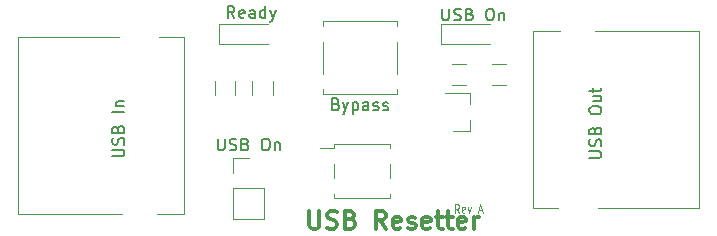
<source format=gbr>
G04 #@! TF.GenerationSoftware,KiCad,Pcbnew,(5.1.2)-2*
G04 #@! TF.CreationDate,2019-06-15T14:58:01+10:00*
G04 #@! TF.ProjectId,USBResetter,55534252-6573-4657-9474-65722e6b6963,rev?*
G04 #@! TF.SameCoordinates,Original*
G04 #@! TF.FileFunction,Legend,Top*
G04 #@! TF.FilePolarity,Positive*
%FSLAX46Y46*%
G04 Gerber Fmt 4.6, Leading zero omitted, Abs format (unit mm)*
G04 Created by KiCad (PCBNEW (5.1.2)-2) date 2019-06-15 14:58:01*
%MOMM*%
%LPD*%
G04 APERTURE LIST*
%ADD10C,0.100000*%
%ADD11C,0.300000*%
%ADD12C,0.120000*%
%ADD13C,0.150000*%
G04 APERTURE END LIST*
D10*
X155014285Y-101716666D02*
X154814285Y-101383333D01*
X154671428Y-101716666D02*
X154671428Y-101016666D01*
X154900000Y-101016666D01*
X154957142Y-101050000D01*
X154985714Y-101083333D01*
X155014285Y-101150000D01*
X155014285Y-101250000D01*
X154985714Y-101316666D01*
X154957142Y-101350000D01*
X154900000Y-101383333D01*
X154671428Y-101383333D01*
X155500000Y-101683333D02*
X155442857Y-101716666D01*
X155328571Y-101716666D01*
X155271428Y-101683333D01*
X155242857Y-101616666D01*
X155242857Y-101350000D01*
X155271428Y-101283333D01*
X155328571Y-101250000D01*
X155442857Y-101250000D01*
X155500000Y-101283333D01*
X155528571Y-101350000D01*
X155528571Y-101416666D01*
X155242857Y-101483333D01*
X155728571Y-101250000D02*
X155871428Y-101716666D01*
X156014285Y-101250000D01*
X156671428Y-101516666D02*
X156957142Y-101516666D01*
X156614285Y-101716666D02*
X156814285Y-101016666D01*
X157014285Y-101716666D01*
D11*
X142328571Y-101578571D02*
X142328571Y-102792857D01*
X142400000Y-102935714D01*
X142471428Y-103007142D01*
X142614285Y-103078571D01*
X142900000Y-103078571D01*
X143042857Y-103007142D01*
X143114285Y-102935714D01*
X143185714Y-102792857D01*
X143185714Y-101578571D01*
X143828571Y-103007142D02*
X144042857Y-103078571D01*
X144400000Y-103078571D01*
X144542857Y-103007142D01*
X144614285Y-102935714D01*
X144685714Y-102792857D01*
X144685714Y-102650000D01*
X144614285Y-102507142D01*
X144542857Y-102435714D01*
X144400000Y-102364285D01*
X144114285Y-102292857D01*
X143971428Y-102221428D01*
X143900000Y-102150000D01*
X143828571Y-102007142D01*
X143828571Y-101864285D01*
X143900000Y-101721428D01*
X143971428Y-101650000D01*
X144114285Y-101578571D01*
X144471428Y-101578571D01*
X144685714Y-101650000D01*
X145828571Y-102292857D02*
X146042857Y-102364285D01*
X146114285Y-102435714D01*
X146185714Y-102578571D01*
X146185714Y-102792857D01*
X146114285Y-102935714D01*
X146042857Y-103007142D01*
X145900000Y-103078571D01*
X145328571Y-103078571D01*
X145328571Y-101578571D01*
X145828571Y-101578571D01*
X145971428Y-101650000D01*
X146042857Y-101721428D01*
X146114285Y-101864285D01*
X146114285Y-102007142D01*
X146042857Y-102150000D01*
X145971428Y-102221428D01*
X145828571Y-102292857D01*
X145328571Y-102292857D01*
X148828571Y-103078571D02*
X148328571Y-102364285D01*
X147971428Y-103078571D02*
X147971428Y-101578571D01*
X148542857Y-101578571D01*
X148685714Y-101650000D01*
X148757142Y-101721428D01*
X148828571Y-101864285D01*
X148828571Y-102078571D01*
X148757142Y-102221428D01*
X148685714Y-102292857D01*
X148542857Y-102364285D01*
X147971428Y-102364285D01*
X150042857Y-103007142D02*
X149900000Y-103078571D01*
X149614285Y-103078571D01*
X149471428Y-103007142D01*
X149400000Y-102864285D01*
X149400000Y-102292857D01*
X149471428Y-102150000D01*
X149614285Y-102078571D01*
X149900000Y-102078571D01*
X150042857Y-102150000D01*
X150114285Y-102292857D01*
X150114285Y-102435714D01*
X149400000Y-102578571D01*
X150685714Y-103007142D02*
X150828571Y-103078571D01*
X151114285Y-103078571D01*
X151257142Y-103007142D01*
X151328571Y-102864285D01*
X151328571Y-102792857D01*
X151257142Y-102650000D01*
X151114285Y-102578571D01*
X150900000Y-102578571D01*
X150757142Y-102507142D01*
X150685714Y-102364285D01*
X150685714Y-102292857D01*
X150757142Y-102150000D01*
X150900000Y-102078571D01*
X151114285Y-102078571D01*
X151257142Y-102150000D01*
X152542857Y-103007142D02*
X152400000Y-103078571D01*
X152114285Y-103078571D01*
X151971428Y-103007142D01*
X151900000Y-102864285D01*
X151900000Y-102292857D01*
X151971428Y-102150000D01*
X152114285Y-102078571D01*
X152400000Y-102078571D01*
X152542857Y-102150000D01*
X152614285Y-102292857D01*
X152614285Y-102435714D01*
X151900000Y-102578571D01*
X153042857Y-102078571D02*
X153614285Y-102078571D01*
X153257142Y-101578571D02*
X153257142Y-102864285D01*
X153328571Y-103007142D01*
X153471428Y-103078571D01*
X153614285Y-103078571D01*
X153900000Y-102078571D02*
X154471428Y-102078571D01*
X154114285Y-101578571D02*
X154114285Y-102864285D01*
X154185714Y-103007142D01*
X154328571Y-103078571D01*
X154471428Y-103078571D01*
X155542857Y-103007142D02*
X155400000Y-103078571D01*
X155114285Y-103078571D01*
X154971428Y-103007142D01*
X154900000Y-102864285D01*
X154900000Y-102292857D01*
X154971428Y-102150000D01*
X155114285Y-102078571D01*
X155400000Y-102078571D01*
X155542857Y-102150000D01*
X155614285Y-102292857D01*
X155614285Y-102435714D01*
X154900000Y-102578571D01*
X156257142Y-103078571D02*
X156257142Y-102078571D01*
X156257142Y-102364285D02*
X156328571Y-102221428D01*
X156400000Y-102150000D01*
X156542857Y-102078571D01*
X156685714Y-102078571D01*
D12*
X134750000Y-85750000D02*
X138800000Y-85750000D01*
X134750000Y-87450000D02*
X138800000Y-87450000D01*
X134700000Y-85750000D02*
X134700000Y-87450000D01*
X153500000Y-85750000D02*
X153500000Y-87450000D01*
X153550000Y-87450000D02*
X157600000Y-87450000D01*
X153550000Y-85750000D02*
X157600000Y-85750000D01*
X131740000Y-101850000D02*
X129410000Y-101850000D01*
X131740000Y-86860000D02*
X129620000Y-86860000D01*
X131740000Y-101850000D02*
X131740000Y-86860000D01*
X117650000Y-101850000D02*
X117650000Y-86860000D01*
X126450000Y-101850000D02*
X117650000Y-101850000D01*
X126250000Y-86860000D02*
X117650000Y-86860000D01*
X135870000Y-97070000D02*
X137200000Y-97070000D01*
X135870000Y-98400000D02*
X135870000Y-97070000D01*
X135870000Y-99670000D02*
X138530000Y-99670000D01*
X138530000Y-99670000D02*
X138530000Y-102270000D01*
X135870000Y-99670000D02*
X135870000Y-102270000D01*
X135870000Y-102270000D02*
X138530000Y-102270000D01*
X166750000Y-101340000D02*
X175350000Y-101340000D01*
X166550000Y-86350000D02*
X175350000Y-86350000D01*
X175350000Y-86350000D02*
X175350000Y-101340000D01*
X161260000Y-86350000D02*
X161260000Y-101340000D01*
X161260000Y-101340000D02*
X163380000Y-101340000D01*
X161260000Y-86350000D02*
X163590000Y-86350000D01*
X155960000Y-94780000D02*
X154500000Y-94780000D01*
X155960000Y-91620000D02*
X153800000Y-91620000D01*
X155960000Y-91620000D02*
X155960000Y-92550000D01*
X155960000Y-94780000D02*
X155960000Y-93850000D01*
X137520000Y-91800000D02*
X137520000Y-90600000D01*
X139280000Y-90600000D02*
X139280000Y-91800000D01*
X134320000Y-91800000D02*
X134320000Y-90600000D01*
X136080000Y-90600000D02*
X136080000Y-91800000D01*
X157800000Y-89120000D02*
X159000000Y-89120000D01*
X159000000Y-90880000D02*
X157800000Y-90880000D01*
X155600000Y-90880000D02*
X154400000Y-90880000D01*
X154400000Y-89120000D02*
X155600000Y-89120000D01*
X143450000Y-85950000D02*
X143450000Y-85500000D01*
X149750000Y-85500000D02*
X149750000Y-85950000D01*
X143450000Y-85500000D02*
X149750000Y-85500000D01*
X149750000Y-87250000D02*
X149750000Y-89950000D01*
X143450000Y-89950000D02*
X143450000Y-87250000D01*
X149750000Y-91700000D02*
X149750000Y-91300000D01*
X143450000Y-91700000D02*
X149750000Y-91700000D01*
X143450000Y-91250000D02*
X143450000Y-91700000D01*
X149150000Y-98820000D02*
X149150000Y-97580000D01*
X144450000Y-98820000D02*
X144450000Y-97580000D01*
X144450000Y-96250000D02*
X144450000Y-95900000D01*
X144450000Y-95900000D02*
X149150000Y-95900000D01*
X149150000Y-95900000D02*
X149150000Y-96250000D01*
X144450000Y-96250000D02*
X143200000Y-96250000D01*
X144450000Y-100150000D02*
X144450000Y-100500000D01*
X144450000Y-100500000D02*
X149150000Y-100500000D01*
X149150000Y-100500000D02*
X149150000Y-100150000D01*
D13*
X135995238Y-85252380D02*
X135661904Y-84776190D01*
X135423809Y-85252380D02*
X135423809Y-84252380D01*
X135804761Y-84252380D01*
X135900000Y-84300000D01*
X135947619Y-84347619D01*
X135995238Y-84442857D01*
X135995238Y-84585714D01*
X135947619Y-84680952D01*
X135900000Y-84728571D01*
X135804761Y-84776190D01*
X135423809Y-84776190D01*
X136804761Y-85204761D02*
X136709523Y-85252380D01*
X136519047Y-85252380D01*
X136423809Y-85204761D01*
X136376190Y-85109523D01*
X136376190Y-84728571D01*
X136423809Y-84633333D01*
X136519047Y-84585714D01*
X136709523Y-84585714D01*
X136804761Y-84633333D01*
X136852380Y-84728571D01*
X136852380Y-84823809D01*
X136376190Y-84919047D01*
X137709523Y-85252380D02*
X137709523Y-84728571D01*
X137661904Y-84633333D01*
X137566666Y-84585714D01*
X137376190Y-84585714D01*
X137280952Y-84633333D01*
X137709523Y-85204761D02*
X137614285Y-85252380D01*
X137376190Y-85252380D01*
X137280952Y-85204761D01*
X137233333Y-85109523D01*
X137233333Y-85014285D01*
X137280952Y-84919047D01*
X137376190Y-84871428D01*
X137614285Y-84871428D01*
X137709523Y-84823809D01*
X138614285Y-85252380D02*
X138614285Y-84252380D01*
X138614285Y-85204761D02*
X138519047Y-85252380D01*
X138328571Y-85252380D01*
X138233333Y-85204761D01*
X138185714Y-85157142D01*
X138138095Y-85061904D01*
X138138095Y-84776190D01*
X138185714Y-84680952D01*
X138233333Y-84633333D01*
X138328571Y-84585714D01*
X138519047Y-84585714D01*
X138614285Y-84633333D01*
X138995238Y-84585714D02*
X139233333Y-85252380D01*
X139471428Y-84585714D02*
X139233333Y-85252380D01*
X139138095Y-85490476D01*
X139090476Y-85538095D01*
X138995238Y-85585714D01*
X153580952Y-84452380D02*
X153580952Y-85261904D01*
X153628571Y-85357142D01*
X153676190Y-85404761D01*
X153771428Y-85452380D01*
X153961904Y-85452380D01*
X154057142Y-85404761D01*
X154104761Y-85357142D01*
X154152380Y-85261904D01*
X154152380Y-84452380D01*
X154580952Y-85404761D02*
X154723809Y-85452380D01*
X154961904Y-85452380D01*
X155057142Y-85404761D01*
X155104761Y-85357142D01*
X155152380Y-85261904D01*
X155152380Y-85166666D01*
X155104761Y-85071428D01*
X155057142Y-85023809D01*
X154961904Y-84976190D01*
X154771428Y-84928571D01*
X154676190Y-84880952D01*
X154628571Y-84833333D01*
X154580952Y-84738095D01*
X154580952Y-84642857D01*
X154628571Y-84547619D01*
X154676190Y-84500000D01*
X154771428Y-84452380D01*
X155009523Y-84452380D01*
X155152380Y-84500000D01*
X155914285Y-84928571D02*
X156057142Y-84976190D01*
X156104761Y-85023809D01*
X156152380Y-85119047D01*
X156152380Y-85261904D01*
X156104761Y-85357142D01*
X156057142Y-85404761D01*
X155961904Y-85452380D01*
X155580952Y-85452380D01*
X155580952Y-84452380D01*
X155914285Y-84452380D01*
X156009523Y-84500000D01*
X156057142Y-84547619D01*
X156104761Y-84642857D01*
X156104761Y-84738095D01*
X156057142Y-84833333D01*
X156009523Y-84880952D01*
X155914285Y-84928571D01*
X155580952Y-84928571D01*
X157533333Y-84452380D02*
X157723809Y-84452380D01*
X157819047Y-84500000D01*
X157914285Y-84595238D01*
X157961904Y-84785714D01*
X157961904Y-85119047D01*
X157914285Y-85309523D01*
X157819047Y-85404761D01*
X157723809Y-85452380D01*
X157533333Y-85452380D01*
X157438095Y-85404761D01*
X157342857Y-85309523D01*
X157295238Y-85119047D01*
X157295238Y-84785714D01*
X157342857Y-84595238D01*
X157438095Y-84500000D01*
X157533333Y-84452380D01*
X158390476Y-84785714D02*
X158390476Y-85452380D01*
X158390476Y-84880952D02*
X158438095Y-84833333D01*
X158533333Y-84785714D01*
X158676190Y-84785714D01*
X158771428Y-84833333D01*
X158819047Y-84928571D01*
X158819047Y-85452380D01*
X125652380Y-96973333D02*
X126461904Y-96973333D01*
X126557142Y-96925714D01*
X126604761Y-96878095D01*
X126652380Y-96782857D01*
X126652380Y-96592380D01*
X126604761Y-96497142D01*
X126557142Y-96449523D01*
X126461904Y-96401904D01*
X125652380Y-96401904D01*
X126604761Y-95973333D02*
X126652380Y-95830476D01*
X126652380Y-95592380D01*
X126604761Y-95497142D01*
X126557142Y-95449523D01*
X126461904Y-95401904D01*
X126366666Y-95401904D01*
X126271428Y-95449523D01*
X126223809Y-95497142D01*
X126176190Y-95592380D01*
X126128571Y-95782857D01*
X126080952Y-95878095D01*
X126033333Y-95925714D01*
X125938095Y-95973333D01*
X125842857Y-95973333D01*
X125747619Y-95925714D01*
X125700000Y-95878095D01*
X125652380Y-95782857D01*
X125652380Y-95544761D01*
X125700000Y-95401904D01*
X126128571Y-94640000D02*
X126176190Y-94497142D01*
X126223809Y-94449523D01*
X126319047Y-94401904D01*
X126461904Y-94401904D01*
X126557142Y-94449523D01*
X126604761Y-94497142D01*
X126652380Y-94592380D01*
X126652380Y-94973333D01*
X125652380Y-94973333D01*
X125652380Y-94640000D01*
X125700000Y-94544761D01*
X125747619Y-94497142D01*
X125842857Y-94449523D01*
X125938095Y-94449523D01*
X126033333Y-94497142D01*
X126080952Y-94544761D01*
X126128571Y-94640000D01*
X126128571Y-94973333D01*
X126652380Y-93211428D02*
X125652380Y-93211428D01*
X125985714Y-92735238D02*
X126652380Y-92735238D01*
X126080952Y-92735238D02*
X126033333Y-92687619D01*
X125985714Y-92592380D01*
X125985714Y-92449523D01*
X126033333Y-92354285D01*
X126128571Y-92306666D01*
X126652380Y-92306666D01*
X134580952Y-95452380D02*
X134580952Y-96261904D01*
X134628571Y-96357142D01*
X134676190Y-96404761D01*
X134771428Y-96452380D01*
X134961904Y-96452380D01*
X135057142Y-96404761D01*
X135104761Y-96357142D01*
X135152380Y-96261904D01*
X135152380Y-95452380D01*
X135580952Y-96404761D02*
X135723809Y-96452380D01*
X135961904Y-96452380D01*
X136057142Y-96404761D01*
X136104761Y-96357142D01*
X136152380Y-96261904D01*
X136152380Y-96166666D01*
X136104761Y-96071428D01*
X136057142Y-96023809D01*
X135961904Y-95976190D01*
X135771428Y-95928571D01*
X135676190Y-95880952D01*
X135628571Y-95833333D01*
X135580952Y-95738095D01*
X135580952Y-95642857D01*
X135628571Y-95547619D01*
X135676190Y-95500000D01*
X135771428Y-95452380D01*
X136009523Y-95452380D01*
X136152380Y-95500000D01*
X136914285Y-95928571D02*
X137057142Y-95976190D01*
X137104761Y-96023809D01*
X137152380Y-96119047D01*
X137152380Y-96261904D01*
X137104761Y-96357142D01*
X137057142Y-96404761D01*
X136961904Y-96452380D01*
X136580952Y-96452380D01*
X136580952Y-95452380D01*
X136914285Y-95452380D01*
X137009523Y-95500000D01*
X137057142Y-95547619D01*
X137104761Y-95642857D01*
X137104761Y-95738095D01*
X137057142Y-95833333D01*
X137009523Y-95880952D01*
X136914285Y-95928571D01*
X136580952Y-95928571D01*
X138533333Y-95452380D02*
X138723809Y-95452380D01*
X138819047Y-95500000D01*
X138914285Y-95595238D01*
X138961904Y-95785714D01*
X138961904Y-96119047D01*
X138914285Y-96309523D01*
X138819047Y-96404761D01*
X138723809Y-96452380D01*
X138533333Y-96452380D01*
X138438095Y-96404761D01*
X138342857Y-96309523D01*
X138295238Y-96119047D01*
X138295238Y-95785714D01*
X138342857Y-95595238D01*
X138438095Y-95500000D01*
X138533333Y-95452380D01*
X139390476Y-95785714D02*
X139390476Y-96452380D01*
X139390476Y-95880952D02*
X139438095Y-95833333D01*
X139533333Y-95785714D01*
X139676190Y-95785714D01*
X139771428Y-95833333D01*
X139819047Y-95928571D01*
X139819047Y-96452380D01*
X166052380Y-97104761D02*
X166861904Y-97104761D01*
X166957142Y-97057142D01*
X167004761Y-97009523D01*
X167052380Y-96914285D01*
X167052380Y-96723809D01*
X167004761Y-96628571D01*
X166957142Y-96580952D01*
X166861904Y-96533333D01*
X166052380Y-96533333D01*
X167004761Y-96104761D02*
X167052380Y-95961904D01*
X167052380Y-95723809D01*
X167004761Y-95628571D01*
X166957142Y-95580952D01*
X166861904Y-95533333D01*
X166766666Y-95533333D01*
X166671428Y-95580952D01*
X166623809Y-95628571D01*
X166576190Y-95723809D01*
X166528571Y-95914285D01*
X166480952Y-96009523D01*
X166433333Y-96057142D01*
X166338095Y-96104761D01*
X166242857Y-96104761D01*
X166147619Y-96057142D01*
X166100000Y-96009523D01*
X166052380Y-95914285D01*
X166052380Y-95676190D01*
X166100000Y-95533333D01*
X166528571Y-94771428D02*
X166576190Y-94628571D01*
X166623809Y-94580952D01*
X166719047Y-94533333D01*
X166861904Y-94533333D01*
X166957142Y-94580952D01*
X167004761Y-94628571D01*
X167052380Y-94723809D01*
X167052380Y-95104761D01*
X166052380Y-95104761D01*
X166052380Y-94771428D01*
X166100000Y-94676190D01*
X166147619Y-94628571D01*
X166242857Y-94580952D01*
X166338095Y-94580952D01*
X166433333Y-94628571D01*
X166480952Y-94676190D01*
X166528571Y-94771428D01*
X166528571Y-95104761D01*
X166052380Y-93152380D02*
X166052380Y-92961904D01*
X166100000Y-92866666D01*
X166195238Y-92771428D01*
X166385714Y-92723809D01*
X166719047Y-92723809D01*
X166909523Y-92771428D01*
X167004761Y-92866666D01*
X167052380Y-92961904D01*
X167052380Y-93152380D01*
X167004761Y-93247619D01*
X166909523Y-93342857D01*
X166719047Y-93390476D01*
X166385714Y-93390476D01*
X166195238Y-93342857D01*
X166100000Y-93247619D01*
X166052380Y-93152380D01*
X166385714Y-91866666D02*
X167052380Y-91866666D01*
X166385714Y-92295238D02*
X166909523Y-92295238D01*
X167004761Y-92247619D01*
X167052380Y-92152380D01*
X167052380Y-92009523D01*
X167004761Y-91914285D01*
X166957142Y-91866666D01*
X166385714Y-91533333D02*
X166385714Y-91152380D01*
X166052380Y-91390476D02*
X166909523Y-91390476D01*
X167004761Y-91342857D01*
X167052380Y-91247619D01*
X167052380Y-91152380D01*
X144576190Y-92528571D02*
X144719047Y-92576190D01*
X144766666Y-92623809D01*
X144814285Y-92719047D01*
X144814285Y-92861904D01*
X144766666Y-92957142D01*
X144719047Y-93004761D01*
X144623809Y-93052380D01*
X144242857Y-93052380D01*
X144242857Y-92052380D01*
X144576190Y-92052380D01*
X144671428Y-92100000D01*
X144719047Y-92147619D01*
X144766666Y-92242857D01*
X144766666Y-92338095D01*
X144719047Y-92433333D01*
X144671428Y-92480952D01*
X144576190Y-92528571D01*
X144242857Y-92528571D01*
X145147619Y-92385714D02*
X145385714Y-93052380D01*
X145623809Y-92385714D02*
X145385714Y-93052380D01*
X145290476Y-93290476D01*
X145242857Y-93338095D01*
X145147619Y-93385714D01*
X146004761Y-92385714D02*
X146004761Y-93385714D01*
X146004761Y-92433333D02*
X146100000Y-92385714D01*
X146290476Y-92385714D01*
X146385714Y-92433333D01*
X146433333Y-92480952D01*
X146480952Y-92576190D01*
X146480952Y-92861904D01*
X146433333Y-92957142D01*
X146385714Y-93004761D01*
X146290476Y-93052380D01*
X146100000Y-93052380D01*
X146004761Y-93004761D01*
X147338095Y-93052380D02*
X147338095Y-92528571D01*
X147290476Y-92433333D01*
X147195238Y-92385714D01*
X147004761Y-92385714D01*
X146909523Y-92433333D01*
X147338095Y-93004761D02*
X147242857Y-93052380D01*
X147004761Y-93052380D01*
X146909523Y-93004761D01*
X146861904Y-92909523D01*
X146861904Y-92814285D01*
X146909523Y-92719047D01*
X147004761Y-92671428D01*
X147242857Y-92671428D01*
X147338095Y-92623809D01*
X147766666Y-93004761D02*
X147861904Y-93052380D01*
X148052380Y-93052380D01*
X148147619Y-93004761D01*
X148195238Y-92909523D01*
X148195238Y-92861904D01*
X148147619Y-92766666D01*
X148052380Y-92719047D01*
X147909523Y-92719047D01*
X147814285Y-92671428D01*
X147766666Y-92576190D01*
X147766666Y-92528571D01*
X147814285Y-92433333D01*
X147909523Y-92385714D01*
X148052380Y-92385714D01*
X148147619Y-92433333D01*
X148576190Y-93004761D02*
X148671428Y-93052380D01*
X148861904Y-93052380D01*
X148957142Y-93004761D01*
X149004761Y-92909523D01*
X149004761Y-92861904D01*
X148957142Y-92766666D01*
X148861904Y-92719047D01*
X148719047Y-92719047D01*
X148623809Y-92671428D01*
X148576190Y-92576190D01*
X148576190Y-92528571D01*
X148623809Y-92433333D01*
X148719047Y-92385714D01*
X148861904Y-92385714D01*
X148957142Y-92433333D01*
M02*

</source>
